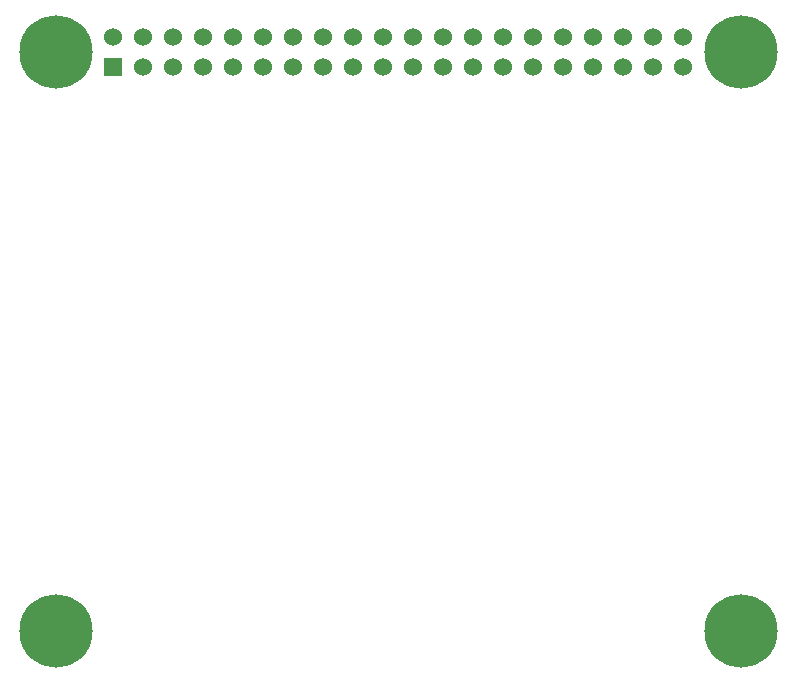
<source format=gbr>
%TF.GenerationSoftware,KiCad,Pcbnew,(6.0.5)*%
%TF.CreationDate,2022-12-29T01:36:19+05:30*%
%TF.ProjectId,rpi_hat,7270695f-6861-4742-9e6b-696361645f70,rev?*%
%TF.SameCoordinates,Original*%
%TF.FileFunction,Copper,L2,Bot*%
%TF.FilePolarity,Positive*%
%FSLAX46Y46*%
G04 Gerber Fmt 4.6, Leading zero omitted, Abs format (unit mm)*
G04 Created by KiCad (PCBNEW (6.0.5)) date 2022-12-29 01:36:19*
%MOMM*%
%LPD*%
G01*
G04 APERTURE LIST*
%TA.AperFunction,ComponentPad*%
%ADD10R,1.524000X1.524000*%
%TD*%
%TA.AperFunction,ComponentPad*%
%ADD11C,1.524000*%
%TD*%
%TA.AperFunction,ComponentPad*%
%ADD12C,6.200000*%
%TD*%
G04 APERTURE END LIST*
D10*
%TO.P,U1,1,3V3*%
%TO.N,Net-(U1-Pad1)*%
X108570000Y-54670000D03*
D11*
%TO.P,U1,2,5V0*%
%TO.N,/3v3*%
X108570000Y-52130000D03*
%TO.P,U1,3,GPIO2/SDA1*%
%TO.N,unconnected-(U1-Pad3)*%
X111110000Y-54670000D03*
%TO.P,U1,4,5V0*%
%TO.N,/3v3*%
X111110000Y-52130000D03*
%TO.P,U1,5,GPIO3/SCL1*%
%TO.N,unconnected-(U1-Pad5)*%
X113650000Y-54670000D03*
%TO.P,U1,6,GND*%
%TO.N,/GND*%
X113650000Y-52130000D03*
%TO.P,U1,7,GPIO4/GPIO_GCKL*%
%TO.N,unconnected-(U1-Pad7)*%
X116190000Y-54670000D03*
%TO.P,U1,8,TXD0/GPIO14*%
%TO.N,unconnected-(U1-Pad8)*%
X116190000Y-52130000D03*
%TO.P,U1,9,GND*%
%TO.N,/GND*%
X118730000Y-54670000D03*
%TO.P,U1,10,RXD0/GPIO15*%
%TO.N,unconnected-(U1-Pad10)*%
X118730000Y-52130000D03*
%TO.P,U1,11,GPIO17/GPIO_GEN0*%
%TO.N,unconnected-(U1-Pad11)*%
X121270000Y-54670000D03*
%TO.P,U1,12,GPIO18/GPIO_GEN1*%
%TO.N,/RGB*%
X121270000Y-52130000D03*
%TO.P,U1,13,GPIO27/GPIO_GEN2*%
%TO.N,unconnected-(U1-Pad13)*%
X123810000Y-54670000D03*
%TO.P,U1,14,GND*%
%TO.N,/GND*%
X123810000Y-52130000D03*
%TO.P,U1,15,GPIO22/GPIO_GEN3*%
%TO.N,unconnected-(U1-Pad15)*%
X126350000Y-54670000D03*
%TO.P,U1,16,GPIO23/GPIO_GEN4*%
%TO.N,unconnected-(U1-Pad16)*%
X126350000Y-52130000D03*
%TO.P,U1,17,3V3*%
%TO.N,Net-(U1-Pad1)*%
X128890000Y-54670000D03*
%TO.P,U1,18,GPIO24/GPIO_GEN5*%
%TO.N,unconnected-(U1-Pad18)*%
X128890000Y-52130000D03*
%TO.P,U1,19,GPIO10/SPI_MOSI*%
%TO.N,unconnected-(U1-Pad19)*%
X131430000Y-54670000D03*
%TO.P,U1,20,GND*%
%TO.N,/GND*%
X131430000Y-52130000D03*
%TO.P,U1,21,GPIO9/SPI_MISO*%
%TO.N,unconnected-(U1-Pad21)*%
X133970000Y-54670000D03*
%TO.P,U1,22,GPIO25/GPIO_GEN6*%
%TO.N,unconnected-(U1-Pad22)*%
X133970000Y-52130000D03*
%TO.P,U1,23,GPIO11/SPI_SCLK*%
%TO.N,unconnected-(U1-Pad23)*%
X136510000Y-54670000D03*
%TO.P,U1,24,GPIO8/~{SPI_CE0~{}*%
%TO.N,unconnected-(U1-Pad24)*%
X136510000Y-52130000D03*
%TO.P,U1,25,GND*%
%TO.N,/GND*%
X139050000Y-54670000D03*
%TO.P,U1,26,GPIO7/~{SPI_CE1~{}*%
%TO.N,unconnected-(U1-Pad26)*%
X139050000Y-52130000D03*
%TO.P,U1,27,ID_SD*%
%TO.N,unconnected-(U1-Pad27)*%
X141590000Y-54670000D03*
%TO.P,U1,28,ID_SC*%
%TO.N,unconnected-(U1-Pad28)*%
X141590000Y-52130000D03*
%TO.P,U1,29,GPIO5*%
%TO.N,unconnected-(U1-Pad29)*%
X144130000Y-54670000D03*
%TO.P,U1,30,GND*%
%TO.N,/GND*%
X144130000Y-52130000D03*
%TO.P,U1,31,GPIO6*%
%TO.N,unconnected-(U1-Pad31)*%
X146670000Y-54670000D03*
%TO.P,U1,32,GPIO12*%
%TO.N,unconnected-(U1-Pad32)*%
X146670000Y-52130000D03*
%TO.P,U1,33,GPIO13*%
%TO.N,unconnected-(U1-Pad33)*%
X149210000Y-54670000D03*
%TO.P,U1,34,GND*%
%TO.N,/GND*%
X149210000Y-52130000D03*
%TO.P,U1,35,GPIO19*%
%TO.N,unconnected-(U1-Pad35)*%
X151750000Y-54670000D03*
%TO.P,U1,36,GPIO16*%
%TO.N,unconnected-(U1-Pad36)*%
X151750000Y-52130000D03*
%TO.P,U1,37,GPIO26*%
%TO.N,unconnected-(U1-Pad37)*%
X154290000Y-54670000D03*
%TO.P,U1,38,GPIO20*%
%TO.N,unconnected-(U1-Pad38)*%
X154290000Y-52130000D03*
%TO.P,U1,39,GND*%
%TO.N,/GND*%
X156830000Y-54670000D03*
%TO.P,U1,40,GPIO21*%
%TO.N,unconnected-(U1-Pad40)*%
X156830000Y-52130000D03*
D12*
%TO.P,U1,S1,SHIELD*%
%TO.N,Net-(U1-PadS1)*%
X103700000Y-53400000D03*
%TO.P,U1,S2,SHIELD*%
X161700000Y-53400000D03*
%TO.P,U1,S3,SHIELD*%
X161700000Y-102400000D03*
%TO.P,U1,S4,SHIELD*%
X103700000Y-102400000D03*
%TD*%
M02*

</source>
